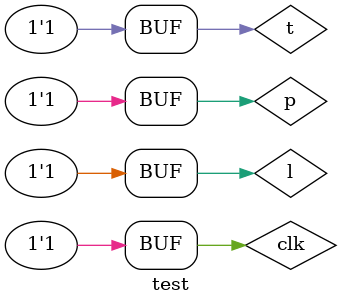
<source format=v>
`timescale 1ns / 1ps


module test();
    reg l, t, p, clk;
    wire g, y, d, c, r;
    
code uut(.L(l),.T(t),.P(p),.CLK(clk),.G(g),.Y(y),.D(d),.C(c),.R(r));

always
    begin
    clk = 0;
    #10;
    clk = 1;
    #10;
    end

initial
    begin
        l=0; t=0; p=0;
        #50
        l=0; t=0; p=1;
        #50
        l=0; t=1; p=0;
        #50
        l=0; t=1; p=1;
        #50
        l=1; t=0; p=0;
        #50
        l=1; t=0; p=1;
        #50
        l=1; t=1; p=0;
        #50
        l=1; t=1; p=1;
        
    end
endmodule

</source>
